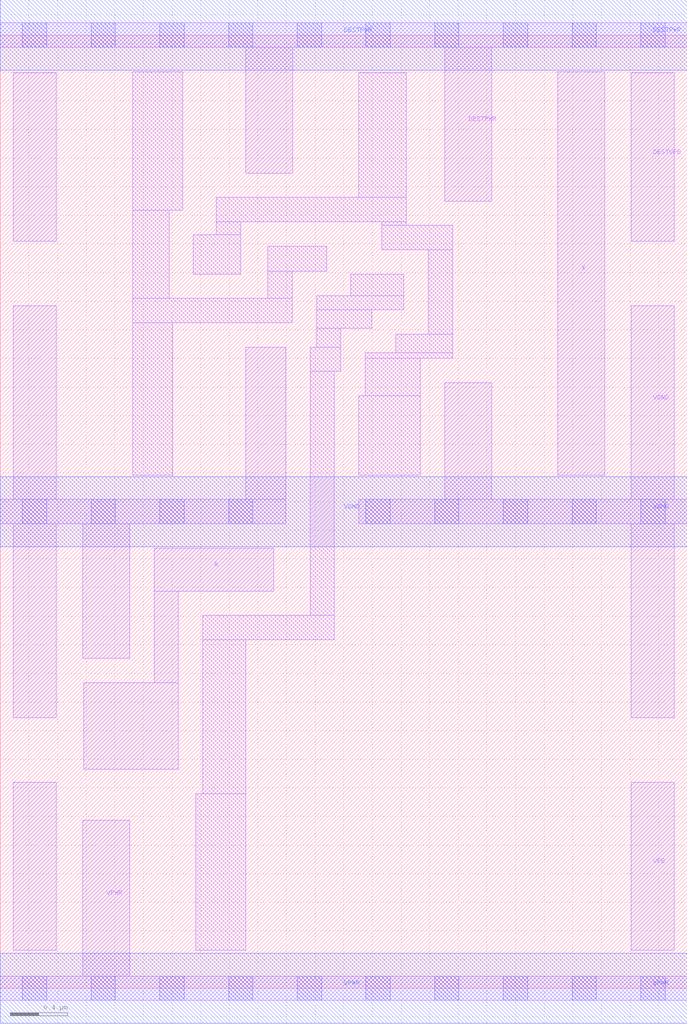
<source format=lef>
# Copyright 2020 The SkyWater PDK Authors
#
# Licensed under the Apache License, Version 2.0 (the "License");
# you may not use this file except in compliance with the License.
# You may obtain a copy of the License at
#
#     https://www.apache.org/licenses/LICENSE-2.0
#
# Unless required by applicable law or agreed to in writing, software
# distributed under the License is distributed on an "AS IS" BASIS,
# WITHOUT WARRANTIES OR CONDITIONS OF ANY KIND, either express or implied.
# See the License for the specific language governing permissions and
# limitations under the License.
#
# SPDX-License-Identifier: Apache-2.0

VERSION 5.7 ;
  NAMESCASESENSITIVE ON ;
  NOWIREEXTENSIONATPIN ON ;
  DIVIDERCHAR "/" ;
  BUSBITCHARS "[]" ;
UNITS
  DATABASE MICRONS 200 ;
END UNITS
MACRO sky130_fd_sc_lp__lsbuf_lp
  CLASS CORE ;
  SOURCE USER ;
  FOREIGN sky130_fd_sc_lp__lsbuf_lp ;
  ORIGIN  0.000000  0.000000 ;
  SIZE  4.800000 BY  6.660000 ;
  SYMMETRY X Y R90 ;
  SITE unit ;
  PIN A
    ANTENNAGATEAREA  0.678000 ;
    DIRECTION INPUT ;
    USE SIGNAL ;
    PORT
      LAYER li1 ;
        RECT 0.585000 1.530000 1.245000 2.135000 ;
        RECT 1.075000 2.135000 1.245000 2.775000 ;
        RECT 1.075000 2.775000 1.910000 3.075000 ;
    END
  END A
  PIN X
    ANTENNADIFFAREA  0.487600 ;
    DIRECTION OUTPUT ;
    USE SIGNAL ;
    PORT
      LAYER li1 ;
        RECT 3.895000 3.585000 4.225000 6.405000 ;
    END
  END X
  PIN DESTPWR
    DIRECTION INOUT ;
    USE POWER ;
    PORT
      LAYER li1 ;
        RECT 0.000000 6.575000 4.800000 6.745000 ;
        RECT 1.715000 5.695000 2.045000 6.575000 ;
        RECT 3.105000 5.500000 3.435000 6.575000 ;
      LAYER mcon ;
        RECT 0.155000 6.575000 0.325000 6.745000 ;
        RECT 0.635000 6.575000 0.805000 6.745000 ;
        RECT 1.115000 6.575000 1.285000 6.745000 ;
        RECT 1.595000 6.575000 1.765000 6.745000 ;
        RECT 2.075000 6.575000 2.245000 6.745000 ;
        RECT 2.555000 6.575000 2.725000 6.745000 ;
        RECT 3.035000 6.575000 3.205000 6.745000 ;
        RECT 3.515000 6.575000 3.685000 6.745000 ;
        RECT 3.995000 6.575000 4.165000 6.745000 ;
        RECT 4.475000 6.575000 4.645000 6.745000 ;
      LAYER met1 ;
        RECT 0.000000 6.415000 4.800000 6.905000 ;
    END
  END DESTPWR
  PIN DESTVPB
    DIRECTION INOUT ;
    USE POWER ;
    PORT
      LAYER li1 ;
        RECT 0.090000 5.220000 0.390000 6.395000 ;
        RECT 4.410000 5.220000 4.710000 6.395000 ;
    END
  END DESTVPB
  PIN VGND
    DIRECTION INOUT ;
    USE GROUND ;
    PORT
      LAYER li1 ;
        RECT 0.000000 3.245000 1.995000 3.415000 ;
        RECT 0.090000 1.890000 0.390000 3.245000 ;
        RECT 0.090000 3.415000 0.390000 4.770000 ;
        RECT 0.575000 2.305000 0.905000 3.245000 ;
        RECT 1.715000 3.415000 1.995000 4.480000 ;
        RECT 2.505000 3.245000 4.800000 3.415000 ;
        RECT 3.105000 3.415000 3.435000 4.230000 ;
        RECT 4.410000 1.890000 4.710000 3.245000 ;
        RECT 4.410000 3.415000 4.710000 4.770000 ;
      LAYER mcon ;
        RECT 0.155000 3.245000 0.325000 3.415000 ;
        RECT 0.635000 3.245000 0.805000 3.415000 ;
        RECT 1.115000 3.245000 1.285000 3.415000 ;
        RECT 1.595000 3.245000 1.765000 3.415000 ;
        RECT 2.555000 3.245000 2.725000 3.415000 ;
        RECT 3.035000 3.245000 3.205000 3.415000 ;
        RECT 3.515000 3.245000 3.685000 3.415000 ;
        RECT 3.995000 3.245000 4.165000 3.415000 ;
        RECT 4.475000 3.245000 4.645000 3.415000 ;
      LAYER met1 ;
        RECT 0.000000 3.085000 4.800000 3.575000 ;
    END
  END VGND
  PIN VPB
    DIRECTION INOUT ;
    USE POWER ;
    PORT
      LAYER li1 ;
        RECT 0.090000 0.265000 0.390000 1.440000 ;
        RECT 4.410000 0.265000 4.710000 1.440000 ;
    END
  END VPB
  PIN VPWR
    DIRECTION INOUT ;
    USE POWER ;
    PORT
      LAYER li1 ;
        RECT 0.000000 -0.085000 4.800000 0.085000 ;
        RECT 0.575000  0.085000 0.905000 1.175000 ;
      LAYER mcon ;
        RECT 0.155000 -0.085000 0.325000 0.085000 ;
        RECT 0.635000 -0.085000 0.805000 0.085000 ;
        RECT 1.115000 -0.085000 1.285000 0.085000 ;
        RECT 1.595000 -0.085000 1.765000 0.085000 ;
        RECT 2.075000 -0.085000 2.245000 0.085000 ;
        RECT 2.555000 -0.085000 2.725000 0.085000 ;
        RECT 3.035000 -0.085000 3.205000 0.085000 ;
        RECT 3.515000 -0.085000 3.685000 0.085000 ;
        RECT 3.995000 -0.085000 4.165000 0.085000 ;
        RECT 4.475000 -0.085000 4.645000 0.085000 ;
      LAYER met1 ;
        RECT 0.000000 -0.245000 4.800000 0.245000 ;
    END
  END VPWR
  OBS
    LAYER li1 ;
      RECT 0.925000 3.585000 1.205000 4.650000 ;
      RECT 0.925000 4.650000 2.040000 4.820000 ;
      RECT 0.925000 4.820000 1.180000 5.435000 ;
      RECT 0.925000 5.435000 1.275000 6.405000 ;
      RECT 1.350000 4.990000 1.680000 5.265000 ;
      RECT 1.365000 0.265000 1.715000 1.360000 ;
      RECT 1.415000 1.360000 1.715000 2.435000 ;
      RECT 1.415000 2.435000 2.335000 2.605000 ;
      RECT 1.510000 5.265000 1.680000 5.355000 ;
      RECT 1.510000 5.355000 2.835000 5.525000 ;
      RECT 1.870000 4.820000 2.040000 5.010000 ;
      RECT 1.870000 5.010000 2.280000 5.185000 ;
      RECT 2.165000 2.605000 2.335000 4.310000 ;
      RECT 2.165000 4.310000 2.380000 4.480000 ;
      RECT 2.210000 4.480000 2.380000 4.610000 ;
      RECT 2.210000 4.610000 2.595000 4.740000 ;
      RECT 2.210000 4.740000 2.820000 4.840000 ;
      RECT 2.450000 4.840000 2.820000 4.990000 ;
      RECT 2.505000 3.585000 2.935000 4.140000 ;
      RECT 2.505000 5.525000 2.835000 6.395000 ;
      RECT 2.550000 4.140000 2.935000 4.400000 ;
      RECT 2.550000 4.400000 3.160000 4.440000 ;
      RECT 2.665000 5.160000 3.160000 5.330000 ;
      RECT 2.665000 5.330000 2.835000 5.355000 ;
      RECT 2.765000 4.440000 3.160000 4.570000 ;
      RECT 2.990000 4.570000 3.160000 5.160000 ;
  END
END sky130_fd_sc_lp__lsbuf_lp

</source>
